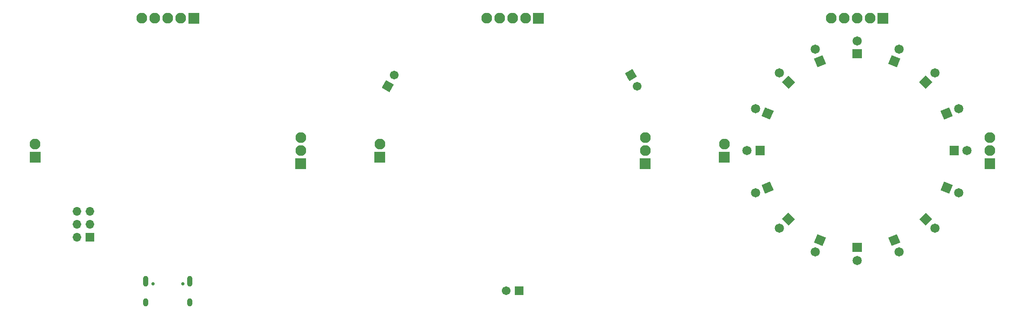
<source format=gbr>
%TF.GenerationSoftware,KiCad,Pcbnew,(5.1.8)-1*%
%TF.CreationDate,2021-05-29T17:14:30-04:00*%
%TF.ProjectId,panel,70616e65-6c2e-46b6-9963-61645f706362,rev?*%
%TF.SameCoordinates,Original*%
%TF.FileFunction,Soldermask,Bot*%
%TF.FilePolarity,Negative*%
%FSLAX46Y46*%
G04 Gerber Fmt 4.6, Leading zero omitted, Abs format (unit mm)*
G04 Created by KiCad (PCBNEW (5.1.8)-1) date 2021-05-29 17:14:30*
%MOMM*%
%LPD*%
G01*
G04 APERTURE LIST*
%ADD10C,1.710000*%
%ADD11O,2.110000X2.110000*%
%ADD12O,1.010000X2.110000*%
%ADD13C,0.660000*%
%ADD14O,1.010000X1.610000*%
%ADD15O,1.710000X1.710000*%
%ADD16C,1.810000*%
%ADD17C,0.100000*%
G04 APERTURE END LIST*
%TO.C,MK3*%
G36*
G01*
X127064754Y-83591230D02*
X126214754Y-85063474D01*
G75*
G02*
X126207924Y-85065304I-4330J2500D01*
G01*
X124735680Y-84215304D01*
G75*
G02*
X124733850Y-84208474I2500J4330D01*
G01*
X125583850Y-82736230D01*
G75*
G02*
X125590680Y-82734400I4330J-2500D01*
G01*
X127062924Y-83584400D01*
G75*
G02*
X127064754Y-83591230I-2500J-4330D01*
G01*
G37*
D10*
X127169302Y-81700148D03*
%TD*%
%TO.C,MK2*%
G36*
G01*
X173215246Y-82863770D02*
X172365246Y-81391526D01*
G75*
G02*
X172367076Y-81384696I4330J2500D01*
G01*
X173839320Y-80534696D01*
G75*
G02*
X173846150Y-80536526I2500J-4330D01*
G01*
X174696150Y-82008770D01*
G75*
G02*
X174694320Y-82015600I-4330J-2500D01*
G01*
X173222076Y-82865600D01*
G75*
G02*
X173215246Y-82863770I-2500J4330D01*
G01*
G37*
X174800698Y-83899852D03*
%TD*%
%TO.C,MK1*%
G36*
G01*
X150770000Y-123195000D02*
X152470000Y-123195000D01*
G75*
G02*
X152475000Y-123200000I0J-5000D01*
G01*
X152475000Y-124900000D01*
G75*
G02*
X152470000Y-124905000I-5000J0D01*
G01*
X150770000Y-124905000D01*
G75*
G02*
X150765000Y-124900000I0J5000D01*
G01*
X150765000Y-123200000D01*
G75*
G02*
X150770000Y-123195000I5000J0D01*
G01*
G37*
X149080000Y-124050000D03*
%TD*%
%TO.C,J2*%
G36*
G01*
X244905000Y-98040000D02*
X244905000Y-100140000D01*
G75*
G02*
X244900000Y-100145000I-5000J0D01*
G01*
X242800000Y-100145000D01*
G75*
G02*
X242795000Y-100140000I0J5000D01*
G01*
X242795000Y-98040000D01*
G75*
G02*
X242800000Y-98035000I5000J0D01*
G01*
X244900000Y-98035000D01*
G75*
G02*
X244905000Y-98040000I0J-5000D01*
G01*
G37*
D11*
X243850000Y-96550000D03*
X243850000Y-94010000D03*
%TD*%
%TO.C,J2*%
G36*
G01*
X109905000Y-98040000D02*
X109905000Y-100140000D01*
G75*
G02*
X109900000Y-100145000I-5000J0D01*
G01*
X107800000Y-100145000D01*
G75*
G02*
X107795000Y-100140000I0J5000D01*
G01*
X107795000Y-98040000D01*
G75*
G02*
X107800000Y-98035000I5000J0D01*
G01*
X109900000Y-98035000D01*
G75*
G02*
X109905000Y-98040000I0J-5000D01*
G01*
G37*
X108850000Y-96550000D03*
X108850000Y-94010000D03*
%TD*%
%TO.C,J2*%
G36*
G01*
X177405000Y-98040000D02*
X177405000Y-100140000D01*
G75*
G02*
X177400000Y-100145000I-5000J0D01*
G01*
X175300000Y-100145000D01*
G75*
G02*
X175295000Y-100140000I0J5000D01*
G01*
X175295000Y-98040000D01*
G75*
G02*
X175300000Y-98035000I5000J0D01*
G01*
X177400000Y-98035000D01*
G75*
G02*
X177405000Y-98040000I0J-5000D01*
G01*
G37*
X176350000Y-96550000D03*
X176350000Y-94010000D03*
%TD*%
%TO.C,J3*%
G36*
G01*
X221880000Y-69495000D02*
X223980000Y-69495000D01*
G75*
G02*
X223985000Y-69500000I0J-5000D01*
G01*
X223985000Y-71600000D01*
G75*
G02*
X223980000Y-71605000I-5000J0D01*
G01*
X221880000Y-71605000D01*
G75*
G02*
X221875000Y-71600000I0J5000D01*
G01*
X221875000Y-69500000D01*
G75*
G02*
X221880000Y-69495000I5000J0D01*
G01*
G37*
X220390000Y-70550000D03*
X217850000Y-70550000D03*
X215310000Y-70550000D03*
X212770000Y-70550000D03*
%TD*%
%TO.C,J3*%
G36*
G01*
X154380000Y-69495000D02*
X156480000Y-69495000D01*
G75*
G02*
X156485000Y-69500000I0J-5000D01*
G01*
X156485000Y-71600000D01*
G75*
G02*
X156480000Y-71605000I-5000J0D01*
G01*
X154380000Y-71605000D01*
G75*
G02*
X154375000Y-71600000I0J5000D01*
G01*
X154375000Y-69500000D01*
G75*
G02*
X154380000Y-69495000I5000J0D01*
G01*
G37*
X152890000Y-70550000D03*
X150350000Y-70550000D03*
X147810000Y-70550000D03*
X145270000Y-70550000D03*
%TD*%
%TO.C,J3*%
G36*
G01*
X86880000Y-69495000D02*
X88980000Y-69495000D01*
G75*
G02*
X88985000Y-69500000I0J-5000D01*
G01*
X88985000Y-71600000D01*
G75*
G02*
X88980000Y-71605000I-5000J0D01*
G01*
X86880000Y-71605000D01*
G75*
G02*
X86875000Y-71600000I0J5000D01*
G01*
X86875000Y-69500000D01*
G75*
G02*
X86880000Y-69495000I5000J0D01*
G01*
G37*
X85390000Y-70550000D03*
X82850000Y-70550000D03*
X80310000Y-70550000D03*
X77770000Y-70550000D03*
%TD*%
%TO.C,J1*%
G36*
G01*
X57905000Y-96770000D02*
X57905000Y-98870000D01*
G75*
G02*
X57900000Y-98875000I-5000J0D01*
G01*
X55800000Y-98875000D01*
G75*
G02*
X55795000Y-98870000I0J5000D01*
G01*
X55795000Y-96770000D01*
G75*
G02*
X55800000Y-96765000I5000J0D01*
G01*
X57900000Y-96765000D01*
G75*
G02*
X57905000Y-96770000I0J-5000D01*
G01*
G37*
X56850000Y-95280000D03*
%TD*%
%TO.C,J1*%
G36*
G01*
X192905000Y-96770000D02*
X192905000Y-98870000D01*
G75*
G02*
X192900000Y-98875000I-5000J0D01*
G01*
X190800000Y-98875000D01*
G75*
G02*
X190795000Y-98870000I0J5000D01*
G01*
X190795000Y-96770000D01*
G75*
G02*
X190800000Y-96765000I5000J0D01*
G01*
X192900000Y-96765000D01*
G75*
G02*
X192905000Y-96770000I0J-5000D01*
G01*
G37*
X191850000Y-95280000D03*
%TD*%
%TO.C,J1*%
G36*
G01*
X125405000Y-96770000D02*
X125405000Y-98870000D01*
G75*
G02*
X125400000Y-98875000I-5000J0D01*
G01*
X123300000Y-98875000D01*
G75*
G02*
X123295000Y-98870000I0J5000D01*
G01*
X123295000Y-96770000D01*
G75*
G02*
X123300000Y-96765000I5000J0D01*
G01*
X125400000Y-96765000D01*
G75*
G02*
X125405000Y-96770000I0J-5000D01*
G01*
G37*
X124350000Y-95280000D03*
%TD*%
D12*
%TO.C,J4*%
X87170000Y-122170000D03*
X78530000Y-122170000D03*
D13*
X79960000Y-122700000D03*
D14*
X78530000Y-126350000D03*
D13*
X85740000Y-122700000D03*
D14*
X87170000Y-126350000D03*
%TD*%
D15*
%TO.C,J5*%
X65060000Y-108470000D03*
X67600000Y-108470000D03*
X65060000Y-111010000D03*
X67600000Y-111010000D03*
X65060000Y-113550000D03*
G36*
G01*
X68455000Y-112700000D02*
X68455000Y-114400000D01*
G75*
G02*
X68450000Y-114405000I-5000J0D01*
G01*
X66750000Y-114405000D01*
G75*
G02*
X66745000Y-114400000I0J5000D01*
G01*
X66745000Y-112700000D01*
G75*
G02*
X66750000Y-112695000I5000J0D01*
G01*
X68450000Y-112695000D01*
G75*
G02*
X68455000Y-112700000I0J-5000D01*
G01*
G37*
%TD*%
D16*
%TO.C,D8*%
X226093001Y-116450365D03*
G36*
G01*
X223943165Y-113612016D02*
X225606148Y-112923185D01*
G75*
G02*
X225612680Y-112925891I1913J-4619D01*
G01*
X226301511Y-114588874D01*
G75*
G02*
X226298805Y-114595406I-4619J-1913D01*
G01*
X224635822Y-115284237D01*
G75*
G02*
X224629290Y-115281531I-1913J4619D01*
G01*
X223940459Y-113618548D01*
G75*
G02*
X223943165Y-113612016I4619J1913D01*
G01*
G37*
%TD*%
%TO.C,D7*%
X233081080Y-111781080D03*
G36*
G01*
X230008701Y-109981493D02*
X231281493Y-108708701D01*
G75*
G02*
X231288565Y-108708701I3536J-3536D01*
G01*
X232561357Y-109981493D01*
G75*
G02*
X232561357Y-109988565I-3536J-3536D01*
G01*
X231288565Y-111261357D01*
G75*
G02*
X231281493Y-111261357I-3536J3536D01*
G01*
X230008701Y-109988565D01*
G75*
G02*
X230008701Y-109981493I3536J3536D01*
G01*
G37*
%TD*%
%TO.C,D3*%
X233081080Y-81318920D03*
G36*
G01*
X231281493Y-84391299D02*
X230008701Y-83118507D01*
G75*
G02*
X230008701Y-83111435I3536J3536D01*
G01*
X231281493Y-81838643D01*
G75*
G02*
X231288565Y-81838643I3536J-3536D01*
G01*
X232561357Y-83111435D01*
G75*
G02*
X232561357Y-83118507I-3536J-3536D01*
G01*
X231288565Y-84391299D01*
G75*
G02*
X231281493Y-84391299I-3536J3536D01*
G01*
G37*
%TD*%
%TO.C,D16*%
X209606999Y-76649635D03*
G36*
G01*
X211756835Y-79487984D02*
X210093852Y-80176815D01*
G75*
G02*
X210087320Y-80174109I-1913J4619D01*
G01*
X209398489Y-78511126D01*
G75*
G02*
X209401195Y-78504594I4619J1913D01*
G01*
X211064178Y-77815763D01*
G75*
G02*
X211070710Y-77818469I1913J-4619D01*
G01*
X211759541Y-79481452D01*
G75*
G02*
X211756835Y-79487984I-4619J-1913D01*
G01*
G37*
%TD*%
%TO.C,D15*%
X202618920Y-81318920D03*
G36*
G01*
X205691299Y-83118507D02*
X204418507Y-84391299D01*
G75*
G02*
X204411435Y-84391299I-3536J3536D01*
G01*
X203138643Y-83118507D01*
G75*
G02*
X203138643Y-83111435I3536J3536D01*
G01*
X204411435Y-81838643D01*
G75*
G02*
X204418507Y-81838643I3536J-3536D01*
G01*
X205691299Y-83111435D01*
G75*
G02*
X205691299Y-83118507I-3536J-3536D01*
G01*
G37*
%TD*%
%TO.C,D14*%
X197949635Y-88306999D03*
G36*
G01*
X201476815Y-88793852D02*
X200787984Y-90456835D01*
G75*
G02*
X200781452Y-90459541I-4619J1913D01*
G01*
X199118469Y-89770710D01*
G75*
G02*
X199115763Y-89764178I1913J4619D01*
G01*
X199804594Y-88101195D01*
G75*
G02*
X199811126Y-88098489I4619J-1913D01*
G01*
X201474109Y-88787320D01*
G75*
G02*
X201476815Y-88793852I-1913J-4619D01*
G01*
G37*
%TD*%
%TO.C,D13*%
X196310000Y-96550000D03*
G36*
G01*
X199755000Y-95650000D02*
X199755000Y-97450000D01*
G75*
G02*
X199750000Y-97455000I-5000J0D01*
G01*
X197950000Y-97455000D01*
G75*
G02*
X197945000Y-97450000I0J5000D01*
G01*
X197945000Y-95650000D01*
G75*
G02*
X197950000Y-95645000I5000J0D01*
G01*
X199750000Y-95645000D01*
G75*
G02*
X199755000Y-95650000I0J-5000D01*
G01*
G37*
%TD*%
%TO.C,D12*%
X197949635Y-104793001D03*
G36*
G01*
X200787984Y-102643165D02*
X201476815Y-104306148D01*
G75*
G02*
X201474109Y-104312680I-4619J-1913D01*
G01*
X199811126Y-105001511D01*
G75*
G02*
X199804594Y-104998805I-1913J4619D01*
G01*
X199115763Y-103335822D01*
G75*
G02*
X199118469Y-103329290I4619J1913D01*
G01*
X200781452Y-102640459D01*
G75*
G02*
X200787984Y-102643165I1913J-4619D01*
G01*
G37*
%TD*%
%TO.C,D11*%
X202618920Y-111781080D03*
G36*
G01*
X204418507Y-108708701D02*
X205691299Y-109981493D01*
G75*
G02*
X205691299Y-109988565I-3536J-3536D01*
G01*
X204418507Y-111261357D01*
G75*
G02*
X204411435Y-111261357I-3536J3536D01*
G01*
X203138643Y-109988565D01*
G75*
G02*
X203138643Y-109981493I3536J3536D01*
G01*
X204411435Y-108708701D01*
G75*
G02*
X204418507Y-108708701I3536J-3536D01*
G01*
G37*
%TD*%
%TO.C,D10*%
X209606999Y-116450365D03*
G36*
G01*
X210093852Y-112923185D02*
X211756835Y-113612016D01*
G75*
G02*
X211759541Y-113618548I-1913J-4619D01*
G01*
X211070710Y-115281531D01*
G75*
G02*
X211064178Y-115284237I-4619J1913D01*
G01*
X209401195Y-114595406D01*
G75*
G02*
X209398489Y-114588874I1913J4619D01*
G01*
X210087320Y-112925891D01*
G75*
G02*
X210093852Y-112923185I4619J-1913D01*
G01*
G37*
%TD*%
%TO.C,D9*%
X217850000Y-118090000D03*
G36*
G01*
X216950000Y-114645000D02*
X218750000Y-114645000D01*
G75*
G02*
X218755000Y-114650000I0J-5000D01*
G01*
X218755000Y-116450000D01*
G75*
G02*
X218750000Y-116455000I-5000J0D01*
G01*
X216950000Y-116455000D01*
G75*
G02*
X216945000Y-116450000I0J5000D01*
G01*
X216945000Y-114650000D01*
G75*
G02*
X216950000Y-114645000I5000J0D01*
G01*
G37*
%TD*%
%TO.C,D6*%
X237750365Y-104793001D03*
G36*
G01*
X234223185Y-104306148D02*
X234912016Y-102643165D01*
G75*
G02*
X234918548Y-102640459I4619J-1913D01*
G01*
X236581531Y-103329290D01*
G75*
G02*
X236584237Y-103335822I-1913J-4619D01*
G01*
X235895406Y-104998805D01*
G75*
G02*
X235888874Y-105001511I-4619J1913D01*
G01*
X234225891Y-104312680D01*
G75*
G02*
X234223185Y-104306148I1913J4619D01*
G01*
G37*
%TD*%
%TO.C,D5*%
X239390000Y-96550000D03*
G36*
G01*
X235945000Y-97450000D02*
X235945000Y-95650000D01*
G75*
G02*
X235950000Y-95645000I5000J0D01*
G01*
X237750000Y-95645000D01*
G75*
G02*
X237755000Y-95650000I0J-5000D01*
G01*
X237755000Y-97450000D01*
G75*
G02*
X237750000Y-97455000I-5000J0D01*
G01*
X235950000Y-97455000D01*
G75*
G02*
X235945000Y-97450000I0J5000D01*
G01*
G37*
%TD*%
%TO.C,D4*%
X237750365Y-88306999D03*
G36*
G01*
X234912016Y-90456835D02*
X234223185Y-88793852D01*
G75*
G02*
X234225891Y-88787320I4619J1913D01*
G01*
X235888874Y-88098489D01*
G75*
G02*
X235895406Y-88101195I1913J-4619D01*
G01*
X236584237Y-89764178D01*
G75*
G02*
X236581531Y-89770710I-4619J-1913D01*
G01*
X234918548Y-90459541D01*
G75*
G02*
X234912016Y-90456835I-1913J4619D01*
G01*
G37*
%TD*%
%TO.C,D2*%
X226093001Y-76649635D03*
G36*
G01*
X225606148Y-80176815D02*
X223943165Y-79487984D01*
G75*
G02*
X223940459Y-79481452I1913J4619D01*
G01*
X224629290Y-77818469D01*
G75*
G02*
X224635822Y-77815763I4619J-1913D01*
G01*
X226298805Y-78504594D01*
G75*
G02*
X226301511Y-78511126I-1913J-4619D01*
G01*
X225612680Y-80174109D01*
G75*
G02*
X225606148Y-80176815I-4619J1913D01*
G01*
G37*
%TD*%
%TO.C,D1*%
X217850000Y-75010000D03*
G36*
G01*
X218750000Y-78455000D02*
X216950000Y-78455000D01*
G75*
G02*
X216945000Y-78450000I0J5000D01*
G01*
X216945000Y-76650000D01*
G75*
G02*
X216950000Y-76645000I5000J0D01*
G01*
X218750000Y-76645000D01*
G75*
G02*
X218755000Y-76650000I0J-5000D01*
G01*
X218755000Y-78450000D01*
G75*
G02*
X218750000Y-78455000I-5000J0D01*
G01*
G37*
%TD*%
D17*
G36*
X225611986Y-112919684D02*
G01*
X225612616Y-112920506D01*
X226146807Y-114210159D01*
X226225237Y-114399506D01*
X226227196Y-114404235D01*
X226305273Y-114592729D01*
X226304190Y-114595342D01*
X224631967Y-115287999D01*
X224629984Y-115287738D01*
X224629354Y-115286916D01*
X224183784Y-114211213D01*
X224012949Y-113798781D01*
X223936829Y-113615011D01*
X223941159Y-113615011D01*
X224016645Y-113797251D01*
X224187480Y-114209683D01*
X224632285Y-115283537D01*
X226300811Y-114592411D01*
X226223500Y-114405765D01*
X226221541Y-114401036D01*
X226143111Y-114211689D01*
X225609685Y-112923885D01*
X223941159Y-113615011D01*
X223936829Y-113615011D01*
X223936697Y-113614693D01*
X223937780Y-113612080D01*
X225610003Y-112919423D01*
X225611986Y-112919684D01*
G37*
G36*
X211762220Y-113612080D02*
G01*
X211763438Y-113613667D01*
X211763303Y-113614693D01*
X211687051Y-113798781D01*
X211516216Y-114211213D01*
X211070646Y-115286916D01*
X211068033Y-115287999D01*
X209395810Y-114595342D01*
X209394592Y-114593755D01*
X209394727Y-114592729D01*
X209394858Y-114592411D01*
X209399189Y-114592411D01*
X211067715Y-115283537D01*
X211512520Y-114209683D01*
X211683355Y-113797251D01*
X211758841Y-113615011D01*
X210090315Y-112923885D01*
X209556889Y-114211689D01*
X209478459Y-114401036D01*
X209476500Y-114405765D01*
X209399189Y-114592411D01*
X209394858Y-114592411D01*
X209472804Y-114404235D01*
X209474763Y-114399506D01*
X209553193Y-114210159D01*
X210087384Y-112920506D01*
X210089997Y-112919423D01*
X211762220Y-113612080D01*
G37*
G36*
X236586916Y-103329354D02*
G01*
X236588134Y-103330941D01*
X236587999Y-103331967D01*
X235895342Y-105004190D01*
X235893755Y-105005408D01*
X235892729Y-105005273D01*
X234220506Y-104312616D01*
X234219288Y-104311029D01*
X234219423Y-104310003D01*
X234219554Y-104309685D01*
X234223885Y-104309685D01*
X235892411Y-105000811D01*
X236583537Y-103332285D01*
X234915011Y-102641159D01*
X234396430Y-103893124D01*
X234313145Y-104094192D01*
X234312948Y-104094667D01*
X234261021Y-104220030D01*
X234223885Y-104309685D01*
X234219554Y-104309685D01*
X234257325Y-104218500D01*
X234309252Y-104093137D01*
X234309449Y-104092662D01*
X234392734Y-103891594D01*
X234912080Y-102637780D01*
X234914693Y-102636697D01*
X236586916Y-103329354D01*
G37*
G36*
X200787290Y-102636958D02*
G01*
X200787920Y-102637780D01*
X201307266Y-103891594D01*
X201390551Y-104092662D01*
X201390748Y-104093137D01*
X201442675Y-104218500D01*
X201480577Y-104310003D01*
X201479494Y-104312616D01*
X199807271Y-105005273D01*
X199805288Y-105005012D01*
X199804658Y-105004190D01*
X199112133Y-103332285D01*
X199116463Y-103332285D01*
X199807589Y-105000811D01*
X201476115Y-104309685D01*
X201438979Y-104220030D01*
X201387052Y-104094667D01*
X201386855Y-104094192D01*
X201303570Y-103893124D01*
X200784989Y-102641159D01*
X199116463Y-103332285D01*
X199112133Y-103332285D01*
X199112001Y-103331967D01*
X199112262Y-103329984D01*
X199113084Y-103329354D01*
X200785307Y-102636697D01*
X200787290Y-102636958D01*
G37*
G36*
X199807271Y-88094727D02*
G01*
X201479494Y-88787384D01*
X201480712Y-88788971D01*
X201480577Y-88789997D01*
X201442675Y-88881500D01*
X201390748Y-89006863D01*
X201390551Y-89007338D01*
X201307266Y-89208406D01*
X200787920Y-90462220D01*
X200785307Y-90463303D01*
X199113084Y-89770646D01*
X199111866Y-89769059D01*
X199112001Y-89768033D01*
X199112132Y-89767715D01*
X199116463Y-89767715D01*
X200784989Y-90458841D01*
X201303570Y-89206876D01*
X201386855Y-89005808D01*
X201387052Y-89005333D01*
X201438979Y-88879970D01*
X201476115Y-88790315D01*
X199807589Y-88099189D01*
X199116463Y-89767715D01*
X199112132Y-89767715D01*
X199804658Y-88095810D01*
X199806245Y-88094592D01*
X199807271Y-88094727D01*
G37*
G36*
X235894712Y-88094988D02*
G01*
X235895342Y-88095810D01*
X236587999Y-89768033D01*
X236587738Y-89770016D01*
X236586916Y-89770646D01*
X234914693Y-90463303D01*
X234912710Y-90463042D01*
X234912080Y-90462220D01*
X234392734Y-89208406D01*
X234309449Y-89007338D01*
X234309252Y-89006863D01*
X234257325Y-88881500D01*
X234219555Y-88790315D01*
X234223885Y-88790315D01*
X234261021Y-88879970D01*
X234312948Y-89005333D01*
X234313145Y-89005808D01*
X234396430Y-89206876D01*
X234915011Y-90458841D01*
X236583537Y-89767715D01*
X235892411Y-88099189D01*
X234223885Y-88790315D01*
X234219555Y-88790315D01*
X234219423Y-88789997D01*
X234220506Y-88787384D01*
X235892729Y-88094727D01*
X235894712Y-88094988D01*
G37*
G36*
X127068255Y-83585168D02*
G01*
X127069255Y-83586900D01*
X127068987Y-83587900D01*
X126839954Y-83984596D01*
X126655606Y-84303896D01*
X126575370Y-84442869D01*
X126506719Y-84561776D01*
X126416265Y-84718447D01*
X126415925Y-84719036D01*
X126397046Y-84751735D01*
X126213986Y-85068805D01*
X126211254Y-85069537D01*
X124730349Y-84214536D01*
X124729349Y-84212804D01*
X124729545Y-84212072D01*
X124734082Y-84212072D01*
X126211522Y-85065072D01*
X126393582Y-84749735D01*
X126412461Y-84717036D01*
X126412801Y-84716447D01*
X126503255Y-84559776D01*
X126571906Y-84440869D01*
X126652142Y-84301896D01*
X126836490Y-83982596D01*
X127064522Y-83587632D01*
X125587082Y-82734632D01*
X125509446Y-82869101D01*
X125405022Y-83049969D01*
X125386143Y-83082668D01*
X125385803Y-83083257D01*
X125295349Y-83239928D01*
X125226698Y-83358835D01*
X125146462Y-83497808D01*
X124962114Y-83817108D01*
X124734082Y-84212072D01*
X124729545Y-84212072D01*
X124729617Y-84211804D01*
X124958650Y-83815108D01*
X125142998Y-83495808D01*
X125223234Y-83356835D01*
X125291885Y-83237928D01*
X125382339Y-83081257D01*
X125382679Y-83080668D01*
X125401558Y-83047969D01*
X125505982Y-82867101D01*
X125584618Y-82730899D01*
X125587350Y-82730167D01*
X127068255Y-83585168D01*
G37*
G36*
X173845382Y-80531195D02*
G01*
X173968351Y-80744184D01*
X174028442Y-80848265D01*
X174047321Y-80880964D01*
X174047661Y-80881553D01*
X174053292Y-80891306D01*
X174138115Y-81038224D01*
X174147923Y-81055212D01*
X174206766Y-81157131D01*
X174287002Y-81296104D01*
X174350812Y-81406626D01*
X174451272Y-81580628D01*
X174471350Y-81615404D01*
X174700383Y-82012100D01*
X174699651Y-82014832D01*
X173218746Y-82869833D01*
X173216746Y-82869833D01*
X173216014Y-82869101D01*
X173137378Y-82732899D01*
X173032954Y-82552031D01*
X173014075Y-82519332D01*
X173013735Y-82518743D01*
X172923281Y-82362072D01*
X172854630Y-82243165D01*
X172782400Y-82118059D01*
X172774394Y-82104192D01*
X172652841Y-81893656D01*
X172590046Y-81784892D01*
X172567900Y-81746534D01*
X172361013Y-81388196D01*
X172361084Y-81387928D01*
X172365478Y-81387928D01*
X172571364Y-81744534D01*
X172593510Y-81782892D01*
X172656305Y-81891656D01*
X172777858Y-82102192D01*
X172785864Y-82116059D01*
X172858094Y-82241165D01*
X172926745Y-82360072D01*
X173017199Y-82516743D01*
X173017539Y-82517332D01*
X173036418Y-82550031D01*
X173140842Y-82730899D01*
X173218478Y-82865368D01*
X174695918Y-82012368D01*
X174467886Y-81617404D01*
X174447808Y-81582628D01*
X174347348Y-81408626D01*
X174283538Y-81298104D01*
X174203302Y-81159131D01*
X174144459Y-81057212D01*
X174134651Y-81040224D01*
X174049828Y-80893306D01*
X174044197Y-80883553D01*
X174043857Y-80882964D01*
X174024978Y-80850265D01*
X173964887Y-80746184D01*
X173842918Y-80534928D01*
X172365478Y-81387928D01*
X172361084Y-81387928D01*
X172361745Y-81385464D01*
X173842650Y-80530463D01*
X173844650Y-80530463D01*
X173845382Y-80531195D01*
G37*
G36*
X224631967Y-77812001D02*
G01*
X226304190Y-78504658D01*
X226305408Y-78506245D01*
X226305273Y-78507271D01*
X225612616Y-80179494D01*
X225611029Y-80180712D01*
X225610003Y-80180577D01*
X223937780Y-79487920D01*
X223936562Y-79486333D01*
X223936697Y-79485307D01*
X223936828Y-79484989D01*
X223941159Y-79484989D01*
X225609685Y-80176115D01*
X226300811Y-78507589D01*
X224632285Y-77816463D01*
X223941159Y-79484989D01*
X223936828Y-79484989D01*
X224629354Y-77813084D01*
X224630941Y-77811866D01*
X224631967Y-77812001D01*
G37*
G36*
X211070016Y-77812262D02*
G01*
X211070646Y-77813084D01*
X211763303Y-79485307D01*
X211763042Y-79487290D01*
X211762220Y-79487920D01*
X210089997Y-80180577D01*
X210088014Y-80180316D01*
X210087384Y-80179494D01*
X209394859Y-78507589D01*
X209399189Y-78507589D01*
X210090315Y-80176115D01*
X211758841Y-79484989D01*
X211067715Y-77816463D01*
X209399189Y-78507589D01*
X209394859Y-78507589D01*
X209394727Y-78507271D01*
X209394988Y-78505288D01*
X209395810Y-78504658D01*
X211068033Y-77812001D01*
X211070016Y-77812262D01*
G37*
M02*

</source>
